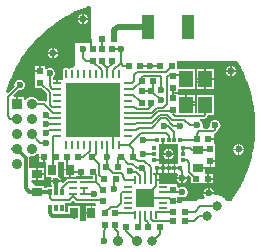
<source format=gtl>
%FSAX44Y44*%
%MOMM*%
G71*
G01*
G75*
G04 Layer_Physical_Order=1*
G04 Layer_Color=255*
%ADD10R,0.5000X0.6000*%
%ADD11R,0.6000X0.5000*%
%ADD12R,0.7000X0.9000*%
%ADD13R,0.3000X0.6000*%
%ADD14R,1.5500X1.5500*%
%ADD15R,0.6500X0.2000*%
%ADD16R,0.2000X0.6500*%
%ADD17R,0.9000X0.7000*%
%ADD18O,0.8000X0.2000*%
%ADD19O,0.2000X0.8000*%
%ADD20R,4.6000X4.6000*%
%ADD21R,1.0000X2.0000*%
%ADD22R,0.7112X0.2286*%
%ADD23R,1.1500X1.4000*%
%ADD24R,0.4500X0.3500*%
%ADD25R,0.3500X0.4500*%
%ADD26C,0.1500*%
%ADD27C,0.3000*%
%ADD28C,0.5000*%
%ADD29C,0.2000*%
%ADD30C,0.9000*%
%ADD31C,0.6000*%
%ADD32C,0.8000*%
%ADD33R,0.9000X0.9000*%
G36*
X02872580Y02502083D02*
X02872868Y02501879D01*
Y02500028D01*
X02877368D01*
Y02499278D01*
X02878118D01*
Y02495278D01*
X02879118D01*
Y02495278D01*
Y02495028D01*
X02879118Y02494217D01*
X02879118Y02494217D01*
X02879118D01*
Y02483028D01*
X02882610D01*
X02883886Y02481909D01*
X02883995Y02481705D01*
X02883712Y02481283D01*
X02883452Y02480754D01*
X02883262Y02480195D01*
X02883179Y02479778D01*
X02892057D01*
X02891974Y02480195D01*
X02891784Y02480754D01*
X02891523Y02481283D01*
X02891196Y02481773D01*
X02890807Y02482217D01*
X02890363Y02482606D01*
X02889873Y02482934D01*
X02889344Y02483194D01*
X02889118Y02483271D01*
Y02495028D01*
D01*
Y02495028D01*
X02889368Y02495278D01*
X02891057D01*
X02891057Y02495278D01*
Y02495278D01*
X02891868Y02495278D01*
X02891993D01*
X02892118D01*
X02892929Y02495278D01*
X02892929Y02495278D01*
Y02495278D01*
X02893868D01*
X02894118Y02495028D01*
X02894118Y02494217D01*
X02894118Y02494217D01*
X02894118D01*
Y02489778D01*
X02899118D01*
Y02489028D01*
X02899868D01*
Y02483028D01*
X02903307D01*
X02903307Y02483028D01*
Y02483028D01*
X02904118Y02483028D01*
X02904368Y02483278D01*
X02905179Y02483278D01*
X02905179Y02483278D01*
Y02483278D01*
X02908118D01*
Y02487278D01*
X02909618D01*
Y02483278D01*
X02913307D01*
X02913307Y02483278D01*
Y02483278D01*
X02913368Y02483278D01*
X02913868D01*
X02914368D01*
X02914429Y02483278D01*
X02914429Y02483278D01*
Y02483278D01*
X02918781D01*
Y02480865D01*
X02916623D01*
Y02481251D01*
X02897113D01*
Y02480781D01*
X02897001Y02480754D01*
X02896673Y02480619D01*
X02896371Y02480434D01*
X02896102Y02480204D01*
X02896102Y02480204D01*
X02893358Y02477459D01*
X02892035Y02478167D01*
X02892057Y02478278D01*
X02883179D01*
X02883262Y02477861D01*
X02883452Y02477302D01*
X02883712Y02476773D01*
X02884040Y02476283D01*
X02884429Y02475839D01*
X02884609Y02475682D01*
X02884080Y02474278D01*
X02879618D01*
Y02473287D01*
X02877618D01*
Y02475278D01*
X02870118D01*
X02866504Y02478892D01*
X02867078Y02480278D01*
X02870868D01*
Y02485278D01*
Y02490278D01*
X02866188D01*
X02866188Y02490278D01*
Y02490278D01*
X02865618Y02490278D01*
X02865127Y02490769D01*
Y02498628D01*
X02865090Y02499099D01*
X02865005Y02499456D01*
X02866029Y02500552D01*
X02866295Y02500506D01*
X02866968Y02500469D01*
X02867641Y02500506D01*
X02868305Y02500619D01*
X02868953Y02500806D01*
X02869576Y02501064D01*
X02870165Y02501390D01*
X02870715Y02501780D01*
X02871217Y02502229D01*
X02871467Y02502508D01*
X02872580Y02502083D01*
D02*
G37*
G36*
X03042447Y02578185D02*
X03043846Y02575632D01*
X03045174Y02573041D01*
X03046432Y02570416D01*
X03047619Y02567758D01*
X03048733Y02565068D01*
X03049774Y02562349D01*
X03050741Y02559603D01*
X03051633Y02556832D01*
X03052450Y02554037D01*
X03053190Y02551222D01*
X03053855Y02548387D01*
X03054442Y02545536D01*
X03054952Y02542670D01*
X03055384Y02539790D01*
X03055738Y02536901D01*
X03056013Y02534003D01*
X03056210Y02531098D01*
X03056328Y02528189D01*
X03056367Y02525360D01*
X03056360Y02525278D01*
X03056367Y02525196D01*
X03056328Y02522367D01*
X03056210Y02519458D01*
X03056013Y02516553D01*
X03055738Y02513655D01*
X03055384Y02510766D01*
X03054952Y02507886D01*
X03054442Y02505020D01*
X03053855Y02502169D01*
X03053190Y02499334D01*
X03052450Y02496519D01*
X03051633Y02493724D01*
X03050741Y02490953D01*
X03049774Y02488207D01*
X03048733Y02485488D01*
X03047619Y02482798D01*
X03046432Y02480140D01*
X03045174Y02477514D01*
X03043846Y02474924D01*
X03042447Y02472371D01*
X03040980Y02469856D01*
X03039445Y02467382D01*
X03037845Y02464950D01*
X03036328Y02462778D01*
X03031906D01*
X03031487Y02463435D01*
X03031009Y02464059D01*
X03030478Y02464638D01*
X03029899Y02465169D01*
X03029275Y02465647D01*
X03028612Y02466070D01*
X03027915Y02466433D01*
X03027189Y02466733D01*
X03026440Y02466970D01*
X03025673Y02467140D01*
X03024893Y02467242D01*
X03024108Y02467277D01*
X03023323Y02467242D01*
X03022544Y02467140D01*
X03022353Y02467097D01*
X03021281Y02468147D01*
X03021307Y02468278D01*
X03012429D01*
X03012512Y02467861D01*
X03012702Y02467302D01*
X03012963Y02466773D01*
X03013290Y02466283D01*
X03013679Y02465839D01*
X03014123Y02465450D01*
X03013172Y02464027D01*
X03009858D01*
X03009213Y02463991D01*
X03008577Y02463883D01*
X03007956Y02463704D01*
X03007781Y02463632D01*
X03007359Y02463457D01*
X03006794Y02463144D01*
X03006278Y02462778D01*
X02993868D01*
Y02460778D01*
X02990368D01*
Y02461278D01*
X02986368D01*
Y02462778D01*
X02990368D01*
Y02465909D01*
X02990472Y02466000D01*
X02991734Y02466572D01*
X02991873Y02466450D01*
X02992363Y02466123D01*
X02992892Y02465862D01*
X02993451Y02465672D01*
X02994030Y02465557D01*
X02994618Y02465518D01*
X02995207Y02465557D01*
X02995785Y02465672D01*
X02996344Y02465862D01*
X02996873Y02466123D01*
X02997363Y02466450D01*
X02997807Y02466839D01*
X02998196Y02467283D01*
X02998523Y02467773D01*
X02998784Y02468302D01*
X02998974Y02468861D01*
X02999089Y02469439D01*
X02999128Y02470028D01*
X02999089Y02470617D01*
X02998974Y02471195D01*
X02998784Y02471754D01*
X02998523Y02472283D01*
X02998196Y02472773D01*
X02997807Y02473217D01*
X02997363Y02473606D01*
X02996873Y02473934D01*
X02996344Y02474194D01*
X02995785Y02474384D01*
X02995207Y02474499D01*
X02994618Y02474538D01*
X02994030Y02474499D01*
X02993451Y02474384D01*
X02992892Y02474194D01*
X02992363Y02473934D01*
X02991873Y02473606D01*
X02991734Y02473484D01*
X02990472Y02474056D01*
X02990368Y02474148D01*
Y02476528D01*
X02982618D01*
Y02476778D01*
X02974618D01*
Y02479278D01*
X02972118D01*
Y02480028D01*
X02971368D01*
Y02484778D01*
X02969875D01*
Y02486278D01*
X02972118D01*
Y02490028D01*
X02973618D01*
Y02486278D01*
X02977118D01*
Y02490028D01*
Y02493778D01*
X02974618D01*
Y02493778D01*
X02974618Y02493778D01*
X02974618Y02493778D01*
Y02496278D01*
X02970868D01*
Y02497778D01*
X02974618D01*
Y02498778D01*
Y02503778D01*
Y02510278D01*
D01*
Y02510278D01*
X02974618Y02510278D01*
X02977118D01*
Y02514028D01*
X02978618D01*
Y02510278D01*
X02991118D01*
X02991118Y02510278D01*
X02991118Y02509217D01*
X02991118Y02509217D01*
X02991118D01*
Y02503778D01*
Y02498778D01*
Y02494839D01*
X02991118Y02494839D01*
X02991118D01*
X02991118Y02493778D01*
X02991118Y02493778D01*
X02988618D01*
Y02490028D01*
Y02486278D01*
X02990029D01*
X02991028Y02485139D01*
X02991131Y02484912D01*
X02990790Y02484523D01*
X02990463Y02484033D01*
X02990202Y02483504D01*
X02990012Y02482945D01*
X02989929Y02482528D01*
X02998807D01*
X02998724Y02482945D01*
X02998535Y02483504D01*
X02998397Y02483782D01*
X02999616Y02484656D01*
X03001868Y02482404D01*
Y02477278D01*
X03010807D01*
X03010807Y02477278D01*
Y02477278D01*
X03010868Y02477278D01*
X03011368D01*
X03011868D01*
X03011929Y02477278D01*
X03011929Y02477278D01*
Y02477278D01*
X03015618D01*
Y02481278D01*
Y02485278D01*
X03014118D01*
Y02485278D01*
Y02485528D01*
X03014118Y02486339D01*
X03014118Y02486339D01*
X03014118D01*
Y02489778D01*
X03008118D01*
Y02491278D01*
X03014118D01*
Y02491278D01*
X03014368Y02491528D01*
X03015179Y02491528D01*
X03015179Y02491528D01*
Y02491528D01*
X03017618D01*
Y02496028D01*
X03018368D01*
Y02496778D01*
X03022368D01*
Y02500467D01*
X03022368Y02500467D01*
X03022368D01*
X03022368Y02500528D01*
Y02501028D01*
Y02501528D01*
X03022368Y02501589D01*
X03022368Y02501589D01*
X03022368D01*
Y02510528D01*
X03021118D01*
Y02510528D01*
Y02510778D01*
X03021118Y02511589D01*
X03021118Y02511589D01*
X03021118D01*
Y02514028D01*
X03016618D01*
Y02515528D01*
X03021118D01*
Y02517960D01*
X03021118Y02517961D01*
X03021118D01*
X03021118Y02518778D01*
Y02518778D01*
Y02519041D01*
X03021221Y02519049D01*
X03021566Y02519132D01*
X03021893Y02519267D01*
X03022195Y02519452D01*
X03022464Y02519682D01*
X03023964Y02521182D01*
X03023964Y02521182D01*
X03024194Y02521451D01*
X03024379Y02521753D01*
X03024458Y02521945D01*
X03024514Y02522081D01*
X03024597Y02522425D01*
X03024612Y02522617D01*
X03024623Y02522623D01*
X03025113Y02522950D01*
X03025557Y02523339D01*
X03025946Y02523783D01*
X03026273Y02524273D01*
X03026534Y02524802D01*
X03026724Y02525361D01*
X03026839Y02525939D01*
X03026878Y02526528D01*
X03026839Y02527117D01*
X03026724Y02527695D01*
X03026534Y02528254D01*
X03026273Y02528783D01*
X03025946Y02529273D01*
X03025557Y02529717D01*
X03025113Y02530106D01*
X03024623Y02530434D01*
X03024094Y02530694D01*
X03023535Y02530884D01*
X03022957Y02530999D01*
X03022368Y02531038D01*
X03021779Y02530999D01*
X03021201Y02530884D01*
X03020642Y02530694D01*
X03020113Y02530434D01*
X03019623Y02530106D01*
X03019179Y02529717D01*
X03018790Y02529273D01*
X03018463Y02528783D01*
X03018202Y02528254D01*
X03018012Y02527695D01*
X03017897Y02527117D01*
X03017858Y02526528D01*
X03017897Y02525939D01*
X03018012Y02525361D01*
X03018202Y02524802D01*
X03015632Y02523535D01*
X03014107D01*
X03011537Y02524802D01*
X03011727Y02525361D01*
X03011842Y02525939D01*
X03011880Y02526528D01*
X03011842Y02527117D01*
X03011727Y02527695D01*
X03011537Y02528254D01*
X03011276Y02528783D01*
X03010948Y02529273D01*
X03010560Y02529717D01*
X03010116Y02530106D01*
X03009626Y02530434D01*
X03009369Y02530560D01*
X03009709Y02532021D01*
X03012868D01*
X03013221Y02532049D01*
X03013565Y02532132D01*
X03013893Y02532267D01*
X03014195Y02532452D01*
X03014464Y02532682D01*
X03015464Y02533682D01*
X03015464Y02533682D01*
X03015588Y02533827D01*
X03015694Y02533951D01*
X03015879Y02534253D01*
X03016014Y02534581D01*
X03016097Y02534925D01*
X03016105Y02535028D01*
X03021118D01*
Y02552028D01*
X03006618D01*
Y02536535D01*
X03005118D01*
Y02542778D01*
X02997868D01*
Y02543528D01*
X02997118D01*
Y02552028D01*
X02990618D01*
X02990618Y02553778D01*
X02990618D01*
X02990618Y02553778D01*
Y02553778D01*
D01*
D01*
X02990618Y02557028D01*
X02990618D01*
X02990618Y02557028D01*
X02990618Y02557028D01*
X03005118D01*
Y02574028D01*
X02990618D01*
D01*
X02990618D01*
X02990118Y02574528D01*
Y02580528D01*
X03041080D01*
X03042447Y02578185D01*
D02*
G37*
G36*
X02917055Y02626686D02*
Y02596528D01*
X02903556D01*
X02903547Y02577118D01*
X02902256Y02575013D01*
X02901893Y02575163D01*
X02901510Y02575255D01*
X02901118Y02575286D01*
X02900726Y02575255D01*
X02900343Y02575163D01*
X02899980Y02575013D01*
X02899644Y02574807D01*
X02899345Y02574551D01*
X02898147Y02574252D01*
X02897891Y02574551D01*
X02897592Y02574807D01*
X02897256Y02575013D01*
X02896893Y02575163D01*
X02896510Y02575255D01*
X02896118Y02575286D01*
X02895726Y02575255D01*
X02895343Y02575163D01*
X02894980Y02575013D01*
X02894644Y02574807D01*
X02894345Y02574551D01*
X02894089Y02574252D01*
X02893884Y02573917D01*
X02893733Y02573553D01*
X02893641Y02573170D01*
X02893610Y02572778D01*
Y02566778D01*
X02893641Y02566386D01*
X02893733Y02566003D01*
X02893884Y02565640D01*
X02893989Y02565468D01*
X02892928Y02564407D01*
X02892756Y02564512D01*
X02892393Y02564663D01*
X02892010Y02564755D01*
X02891618Y02564786D01*
X02889368D01*
Y02562278D01*
X02887868D01*
Y02564786D01*
X02885618D01*
X02885476Y02564774D01*
X02884743Y02565453D01*
X02884860Y02566948D01*
X02884863Y02566950D01*
X02885307Y02567339D01*
X02885696Y02567783D01*
X02886023Y02568273D01*
X02886284Y02568802D01*
X02886474Y02569361D01*
X02886589Y02569939D01*
X02886628Y02570528D01*
X02886589Y02571117D01*
X02886474Y02571695D01*
X02886284Y02572254D01*
X02886023Y02572783D01*
X02885696Y02573273D01*
X02885307Y02573717D01*
X02884863Y02574106D01*
X02884373Y02574434D01*
X02883844Y02574695D01*
X02883285Y02574884D01*
X02882707Y02574999D01*
X02882118Y02575038D01*
X02881530Y02574999D01*
X02880951Y02574884D01*
X02880392Y02574695D01*
X02879863Y02574434D01*
X02879373Y02574106D01*
X02879234Y02573984D01*
X02877972Y02574556D01*
X02877868Y02574648D01*
Y02577028D01*
X02874618D01*
Y02572528D01*
X02873868D01*
Y02571778D01*
X02869868D01*
Y02568028D01*
X02869868D01*
X02869868Y02567028D01*
X02869868D01*
Y02558028D01*
X02875676D01*
X02880111Y02553593D01*
Y02547828D01*
X02879072Y02546611D01*
X02878802Y02546460D01*
X02878593Y02546589D01*
X02878265Y02546725D01*
X02877921Y02546807D01*
X02877568Y02546835D01*
X02872527D01*
X02872382Y02547185D01*
X02872056Y02547775D01*
X02871666Y02548325D01*
X02871217Y02548827D01*
X02870715Y02549276D01*
X02870165Y02549666D01*
X02869576Y02549992D01*
X02868953Y02550250D01*
X02868305Y02550437D01*
X02867641Y02550550D01*
X02866968Y02550587D01*
X02866295Y02550550D01*
X02865631Y02550437D01*
X02864983Y02550250D01*
X02864361Y02549992D01*
X02863771Y02549666D01*
X02863221Y02549276D01*
X02862719Y02548827D01*
X02862270Y02548325D01*
X02861880Y02547775D01*
X02861720Y02547487D01*
X02860268Y02547862D01*
Y02550578D01*
X02855018D01*
Y02544578D01*
X02853518D01*
Y02550578D01*
X02851819D01*
X02851246Y02551964D01*
X02855703Y02556422D01*
X02856279Y02556307D01*
X02856868Y02556268D01*
X02857457Y02556307D01*
X02858035Y02556422D01*
X02858594Y02556612D01*
X02859123Y02556873D01*
X02859613Y02557200D01*
X02860057Y02557589D01*
X02860446Y02558033D01*
X02860774Y02558523D01*
X02861035Y02559052D01*
X02861224Y02559611D01*
X02861339Y02560190D01*
X02861378Y02560778D01*
X02861339Y02561367D01*
X02861224Y02561945D01*
X02861035Y02562504D01*
X02860774Y02563033D01*
X02860446Y02563523D01*
X02860057Y02563967D01*
X02859613Y02564356D01*
X02859123Y02564684D01*
X02858594Y02564944D01*
X02858035Y02565134D01*
X02857457Y02565249D01*
X02856868Y02565288D01*
X02856279Y02565249D01*
X02855701Y02565134D01*
X02855142Y02564944D01*
X02854613Y02564684D01*
X02854123Y02564356D01*
X02853679Y02563967D01*
X02853290Y02563523D01*
X02852963Y02563033D01*
X02852702Y02562504D01*
X02852512Y02561945D01*
X02852397Y02561367D01*
X02852358Y02560778D01*
X02852397Y02560190D01*
X02852512Y02559613D01*
X02846745Y02553846D01*
X02845454Y02554611D01*
X02846103Y02556832D01*
X02846995Y02559603D01*
X02847962Y02562349D01*
X02849003Y02565068D01*
X02850117Y02567758D01*
X02851304Y02570416D01*
X02852562Y02573041D01*
X02853890Y02575632D01*
X02855289Y02578185D01*
X02856756Y02580700D01*
X02858290Y02583174D01*
X02859891Y02585605D01*
X02861558Y02587993D01*
X02863288Y02590334D01*
X02865081Y02592628D01*
X02866936Y02594872D01*
X02868850Y02597065D01*
X02870823Y02599206D01*
X02872854Y02601292D01*
X02874940Y02603322D01*
X02877081Y02605296D01*
X02879274Y02607210D01*
X02881518Y02609065D01*
X02883812Y02610858D01*
X02886153Y02612588D01*
X02888540Y02614254D01*
X02890972Y02615855D01*
X02893446Y02617390D01*
X02895961Y02618857D01*
X02898514Y02620255D01*
X02901104Y02621584D01*
X02903730Y02622842D01*
X02906389Y02624029D01*
X02909078Y02625143D01*
X02911797Y02626184D01*
X02914543Y02627151D01*
X02915843Y02627569D01*
X02917055Y02626686D01*
D02*
G37*
G36*
X02903772Y02461432D02*
X02903772Y02461432D01*
X02904041Y02461202D01*
X02904343Y02461017D01*
X02904670Y02460882D01*
X02905015Y02460799D01*
X02905368Y02460771D01*
X02905368Y02460771D01*
X02920307D01*
X02921368Y02459710D01*
Y02458028D01*
X02918368D01*
Y02452028D01*
X02917618D01*
Y02451278D01*
X02912618D01*
Y02446028D01*
D01*
Y02446028D01*
X02912368Y02445778D01*
X02907618D01*
Y02446028D01*
X02907618D01*
Y02458028D01*
X02897618D01*
Y02453037D01*
X02895618D01*
Y02460771D01*
X02898970D01*
X02899323Y02460799D01*
X02899667Y02460882D01*
X02899995Y02461017D01*
X02900297Y02461202D01*
X02900566Y02461432D01*
X02902169Y02463035D01*
X02903772Y02461432D01*
D02*
G37*
%LPC*%
G36*
X03022368Y02495278D02*
X03019118D01*
Y02491528D01*
X03022368D01*
Y02495278D01*
D02*
G37*
G36*
X02982118Y02493778D02*
X02978618D01*
Y02490028D01*
Y02486278D01*
X02982118D01*
Y02490028D01*
Y02493778D01*
D02*
G37*
G36*
X02987118D02*
X02983618D01*
Y02490028D01*
Y02486278D01*
X02987118D01*
Y02490028D01*
Y02493778D01*
D02*
G37*
G36*
X02876618Y02498528D02*
X02872868D01*
Y02495278D01*
X02876618D01*
Y02498528D01*
D02*
G37*
G36*
X02987307Y02501278D02*
X02983618D01*
Y02497589D01*
X02984035Y02497672D01*
X02984594Y02497862D01*
X02985123Y02498123D01*
X02985613Y02498450D01*
X02986057Y02498839D01*
X02986446Y02499283D01*
X02986773Y02499773D01*
X02987034Y02500302D01*
X02987224Y02500861D01*
X02987307Y02501278D01*
D02*
G37*
G36*
X03041368Y02505278D02*
X03037679D01*
X03037762Y02504861D01*
X03037952Y02504302D01*
X03038213Y02503773D01*
X03038540Y02503283D01*
X03038929Y02502839D01*
X03039373Y02502450D01*
X03039863Y02502123D01*
X03040392Y02501862D01*
X03040951Y02501672D01*
X03041368Y02501589D01*
Y02505278D01*
D02*
G37*
G36*
X02982118Y02501278D02*
X02978429D01*
X02978512Y02500861D01*
X02978701Y02500302D01*
X02978962Y02499773D01*
X02979290Y02499283D01*
X02979679Y02498839D01*
X02980123Y02498450D01*
X02980613Y02498123D01*
X02981142Y02497862D01*
X02981701Y02497672D01*
X02982118Y02497589D01*
Y02501278D01*
D02*
G37*
G36*
X03046557Y02505278D02*
X03042868D01*
Y02501589D01*
X03043285Y02501672D01*
X03043844Y02501862D01*
X03044373Y02502123D01*
X03044863Y02502450D01*
X03045307Y02502839D01*
X03045696Y02503283D01*
X03046023Y02503773D01*
X03046284Y02504302D01*
X03046474Y02504861D01*
X03046557Y02505278D01*
D02*
G37*
G36*
X02877618Y02490278D02*
X02872368D01*
Y02486028D01*
X02877618D01*
Y02490278D01*
D02*
G37*
G36*
X03020868Y02480528D02*
X03017118D01*
Y02477278D01*
X03020868D01*
Y02480528D01*
D02*
G37*
G36*
X02993618Y02481028D02*
X02989929D01*
X02990012Y02480611D01*
X02990202Y02480052D01*
X02990463Y02479523D01*
X02990790Y02479033D01*
X02991179Y02478589D01*
X02991623Y02478200D01*
X02992113Y02477873D01*
X02992642Y02477612D01*
X02993201Y02477422D01*
X02993618Y02477339D01*
Y02481028D01*
D02*
G37*
G36*
X03017618Y02473467D02*
Y02469778D01*
X03021307D01*
X03021224Y02470195D01*
X03021034Y02470754D01*
X03020773Y02471283D01*
X03020446Y02471773D01*
X03020057Y02472217D01*
X03019613Y02472606D01*
X03019123Y02472934D01*
X03018594Y02473194D01*
X03018035Y02473384D01*
X03017618Y02473467D01*
D02*
G37*
G36*
X02916868Y02458028D02*
X02912618D01*
Y02452778D01*
X02916868D01*
Y02458028D01*
D02*
G37*
G36*
X03016118Y02473467D02*
X03015701Y02473384D01*
X03015142Y02473194D01*
X03014613Y02472934D01*
X03014123Y02472606D01*
X03013679Y02472217D01*
X03013290Y02471773D01*
X03012963Y02471283D01*
X03012702Y02470754D01*
X03012512Y02470195D01*
X03012429Y02469778D01*
X03016118D01*
Y02473467D01*
D02*
G37*
G36*
X03020868Y02485278D02*
X03017118D01*
Y02482028D01*
X03020868D01*
Y02485278D01*
D02*
G37*
G36*
X02898368Y02488278D02*
X02894118D01*
Y02483028D01*
X02898368D01*
Y02488278D01*
D02*
G37*
G36*
X02974618Y02484778D02*
X02972868D01*
Y02480778D01*
X02974618D01*
Y02484778D01*
D02*
G37*
G36*
X02998807Y02481028D02*
X02995118D01*
Y02477339D01*
X02995535Y02477422D01*
X02996094Y02477612D01*
X02996623Y02477873D01*
X02997113Y02478200D01*
X02997557Y02478589D01*
X02997946Y02479033D01*
X02998274Y02479523D01*
X02998535Y02480052D01*
X02998724Y02480611D01*
X02998807Y02481028D01*
D02*
G37*
G36*
X02877618Y02484528D02*
X02872368D01*
Y02480278D01*
X02877618D01*
Y02484528D01*
D02*
G37*
G36*
X02982118Y02506467D02*
X02981701Y02506384D01*
X02981142Y02506194D01*
X02980613Y02505934D01*
X02980123Y02505606D01*
X02979679Y02505217D01*
X02979290Y02504773D01*
X02978962Y02504283D01*
X02978701Y02503754D01*
X02978512Y02503195D01*
X02978429Y02502778D01*
X02982118D01*
Y02506467D01*
D02*
G37*
G36*
X02889554Y02586776D02*
X02885865D01*
Y02583087D01*
X02886282Y02583170D01*
X02886841Y02583359D01*
X02887370Y02583620D01*
X02887860Y02583948D01*
X02888304Y02584337D01*
X02888693Y02584780D01*
X02889020Y02585271D01*
X02889281Y02585800D01*
X02889471Y02586359D01*
X02889554Y02586776D01*
D02*
G37*
G36*
X02884365Y02591965D02*
X02883948Y02591882D01*
X02883389Y02591692D01*
X02882860Y02591431D01*
X02882370Y02591104D01*
X02881926Y02590714D01*
X02881537Y02590271D01*
X02881210Y02589781D01*
X02880949Y02589251D01*
X02880759Y02588693D01*
X02880676Y02588276D01*
X02884365D01*
Y02591965D01*
D02*
G37*
G36*
Y02586776D02*
X02880676D01*
X02880759Y02586359D01*
X02880949Y02585800D01*
X02881210Y02585271D01*
X02881537Y02584780D01*
X02881926Y02584337D01*
X02882370Y02583948D01*
X02882860Y02583620D01*
X02883389Y02583359D01*
X02883948Y02583170D01*
X02884365Y02583087D01*
Y02586776D01*
D02*
G37*
G36*
X03036618Y02576717D02*
Y02573028D01*
X03040307D01*
X03040224Y02573445D01*
X03040034Y02574004D01*
X03039773Y02574533D01*
X03039446Y02575023D01*
X03039057Y02575467D01*
X03038613Y02575856D01*
X03038123Y02576183D01*
X03037594Y02576444D01*
X03037035Y02576634D01*
X03036618Y02576717D01*
D02*
G37*
G36*
X02873118Y02577028D02*
X02869868D01*
Y02573278D01*
X02873118D01*
Y02577028D01*
D02*
G37*
G36*
X02909618Y02620717D02*
X02909201Y02620634D01*
X02908642Y02620444D01*
X02908113Y02620183D01*
X02907623Y02619856D01*
X02907179Y02619467D01*
X02906790Y02619023D01*
X02906462Y02618533D01*
X02906201Y02618004D01*
X02906012Y02617445D01*
X02905929Y02617028D01*
X02909618D01*
Y02620717D01*
D02*
G37*
G36*
X02911118D02*
Y02617028D01*
X02914807D01*
X02914724Y02617445D01*
X02914534Y02618004D01*
X02914273Y02618533D01*
X02913946Y02619023D01*
X02913557Y02619467D01*
X02913113Y02619856D01*
X02912623Y02620183D01*
X02912094Y02620444D01*
X02911535Y02620634D01*
X02911118Y02620717D01*
D02*
G37*
G36*
X02914807Y02615528D02*
X02911118D01*
Y02611839D01*
X02911535Y02611922D01*
X02912094Y02612112D01*
X02912623Y02612373D01*
X02913113Y02612700D01*
X02913557Y02613089D01*
X02913946Y02613533D01*
X02914273Y02614023D01*
X02914534Y02614552D01*
X02914724Y02615111D01*
X02914807Y02615528D01*
D02*
G37*
G36*
X02885865Y02591965D02*
Y02588276D01*
X02889554D01*
X02889471Y02588693D01*
X02889281Y02589251D01*
X02889020Y02589781D01*
X02888693Y02590271D01*
X02888304Y02590714D01*
X02887860Y02591104D01*
X02887370Y02591431D01*
X02886841Y02591692D01*
X02886282Y02591882D01*
X02885865Y02591965D01*
D02*
G37*
G36*
X02909618Y02615528D02*
X02905929D01*
X02906012Y02615111D01*
X02906201Y02614552D01*
X02906462Y02614023D01*
X02906790Y02613533D01*
X02907179Y02613089D01*
X02907623Y02612700D01*
X02908113Y02612373D01*
X02908642Y02612112D01*
X02909201Y02611922D01*
X02909618Y02611839D01*
Y02615528D01*
D02*
G37*
G36*
X03035118Y02576717D02*
X03034701Y02576634D01*
X03034142Y02576444D01*
X03033613Y02576183D01*
X03033123Y02575856D01*
X03032679Y02575467D01*
X03032290Y02575023D01*
X03031963Y02574533D01*
X03031702Y02574004D01*
X03031512Y02573445D01*
X03031429Y02573028D01*
X03035118D01*
Y02576717D01*
D02*
G37*
G36*
X03005118Y02552028D02*
X02998618D01*
Y02544278D01*
X03005118D01*
Y02545278D01*
X03000368D01*
Y02546778D01*
X03005118D01*
Y02552028D01*
D02*
G37*
G36*
X03013118Y02564778D02*
X03006618D01*
Y02563778D01*
X03011368D01*
Y02562278D01*
X03006618D01*
Y02557028D01*
X03013118D01*
Y02564778D01*
D02*
G37*
G36*
X03042868Y02510467D02*
Y02506778D01*
X03046557D01*
X03046474Y02507195D01*
X03046284Y02507754D01*
X03046023Y02508283D01*
X03045696Y02508773D01*
X03045307Y02509217D01*
X03044863Y02509606D01*
X03044373Y02509933D01*
X03043844Y02510194D01*
X03043285Y02510384D01*
X03042868Y02510467D01*
D02*
G37*
G36*
X02983618Y02506467D02*
Y02502778D01*
X02987307D01*
X02987224Y02503195D01*
X02987034Y02503754D01*
X02986773Y02504283D01*
X02986446Y02504773D01*
X02986057Y02505217D01*
X02985613Y02505606D01*
X02985123Y02505934D01*
X02984594Y02506194D01*
X02984035Y02506384D01*
X02983618Y02506467D01*
D02*
G37*
G36*
X03041368Y02510467D02*
X03040951Y02510384D01*
X03040392Y02510194D01*
X03039863Y02509933D01*
X03039373Y02509606D01*
X03038929Y02509217D01*
X03038540Y02508773D01*
X03038213Y02508283D01*
X03037952Y02507754D01*
X03037762Y02507195D01*
X03037679Y02506778D01*
X03041368D01*
Y02510467D01*
D02*
G37*
G36*
X03035118Y02571528D02*
X03031429D01*
X03031512Y02571111D01*
X03031702Y02570552D01*
X03031963Y02570023D01*
X03032290Y02569533D01*
X03032679Y02569089D01*
X03033123Y02568700D01*
X03033613Y02568372D01*
X03034142Y02568112D01*
X03034701Y02567922D01*
X03035118Y02567839D01*
Y02571528D01*
D02*
G37*
G36*
X03040307D02*
X03036618D01*
Y02567839D01*
X03037035Y02567922D01*
X03037594Y02568112D01*
X03038123Y02568372D01*
X03038613Y02568700D01*
X03039057Y02569089D01*
X03039446Y02569533D01*
X03039773Y02570023D01*
X03040034Y02570552D01*
X03040224Y02571111D01*
X03040307Y02571528D01*
D02*
G37*
G36*
X03021118Y02574028D02*
X03014618D01*
Y02566278D01*
X03021118D01*
Y02574028D01*
D02*
G37*
G36*
Y02564778D02*
X03014618D01*
Y02557028D01*
X03021118D01*
Y02564778D01*
D02*
G37*
G36*
X03013118Y02574028D02*
X03006618D01*
Y02566278D01*
X03013118D01*
Y02574028D01*
D02*
G37*
%LPD*%
D10*
X02927618Y02472028D02*
D03*
Y02462028D02*
D03*
X02986618Y02558278D02*
D03*
Y02568278D02*
D03*
X02960118Y02555528D02*
D03*
Y02545528D02*
D03*
X02929368Y02442278D02*
D03*
X02929368Y02452278D02*
D03*
X02935118Y02581028D02*
D03*
Y02591028D02*
D03*
X02926868Y02591028D02*
D03*
Y02581028D02*
D03*
X02937618Y02442278D02*
D03*
X02937618Y02452278D02*
D03*
X02986618Y02549278D02*
D03*
Y02539278D02*
D03*
X02968368Y02545528D02*
D03*
Y02555528D02*
D03*
X02918618Y02581028D02*
D03*
Y02591028D02*
D03*
X02873868Y02562528D02*
D03*
Y02572528D02*
D03*
X02986368Y02472028D02*
D03*
Y02462028D02*
D03*
X03018368Y02506028D02*
D03*
Y02496028D02*
D03*
D11*
X02908868Y02487278D02*
D03*
X02918868D02*
D03*
X02985618Y02576778D02*
D03*
X02975618D02*
D03*
X02996868Y02453278D02*
D03*
X02986868Y02453278D02*
D03*
X02996868Y02445028D02*
D03*
X02986868Y02445028D02*
D03*
X02936868Y02599778D02*
D03*
X02926868D02*
D03*
X03016368Y02481278D02*
D03*
X03006368D02*
D03*
X02929868Y02491028D02*
D03*
X02939868D02*
D03*
X02946618Y02440278D02*
D03*
X02956618D02*
D03*
X02938118Y02480778D02*
D03*
X02928118D02*
D03*
X02952618Y02499778D02*
D03*
X02942618D02*
D03*
X02959118Y02576778D02*
D03*
X02949118D02*
D03*
X02975618Y02440278D02*
D03*
X02965618D02*
D03*
X02887368Y02499278D02*
D03*
X02877368D02*
D03*
X02960118Y02563778D02*
D03*
X02970118D02*
D03*
X02906618Y02499278D02*
D03*
X02896618D02*
D03*
X03006618Y02514778D02*
D03*
X03016618D02*
D03*
D12*
X02917618Y02452028D02*
D03*
X02902618D02*
D03*
X02899118Y02489028D02*
D03*
X02884118D02*
D03*
D13*
X02892618Y02469778D02*
D03*
X02887618D02*
D03*
X02882618D02*
D03*
Y02456778D02*
D03*
X02887618D02*
D03*
X02892618D02*
D03*
D14*
X02963118Y02465278D02*
D03*
D15*
X02948368Y02456278D02*
D03*
Y02460778D02*
D03*
Y02465278D02*
D03*
Y02469778D02*
D03*
Y02474278D02*
D03*
X02977868D02*
D03*
Y02469778D02*
D03*
Y02465278D02*
D03*
Y02460778D02*
D03*
Y02456278D02*
D03*
D16*
X02954118Y02480028D02*
D03*
X02958618D02*
D03*
X02963118D02*
D03*
X02967618D02*
D03*
X02972118D02*
D03*
Y02450528D02*
D03*
X02967618D02*
D03*
X02963118D02*
D03*
X02958618D02*
D03*
X02954118D02*
D03*
D17*
X02871618Y02485278D02*
D03*
Y02470278D02*
D03*
X03008118Y02505528D02*
D03*
Y02490528D02*
D03*
D18*
X02948618Y02517278D02*
D03*
Y02522278D02*
D03*
Y02527278D02*
D03*
Y02532278D02*
D03*
Y02537278D02*
D03*
Y02542278D02*
D03*
Y02547278D02*
D03*
Y02552278D02*
D03*
Y02557278D02*
D03*
Y02562278D02*
D03*
X02888618D02*
D03*
Y02557278D02*
D03*
Y02552278D02*
D03*
Y02547278D02*
D03*
Y02542278D02*
D03*
Y02537278D02*
D03*
Y02532278D02*
D03*
Y02527278D02*
D03*
Y02522278D02*
D03*
Y02517278D02*
D03*
D19*
X02941118Y02569778D02*
D03*
X02936118D02*
D03*
X02931118D02*
D03*
X02926118D02*
D03*
X02921118D02*
D03*
X02916118D02*
D03*
X02911118D02*
D03*
X02906118D02*
D03*
X02901118D02*
D03*
X02896118D02*
D03*
Y02509778D02*
D03*
X02901118D02*
D03*
X02906118D02*
D03*
X02911118D02*
D03*
X02916118D02*
D03*
X02921118D02*
D03*
X02926118D02*
D03*
X02931118D02*
D03*
X02936118D02*
D03*
X02941118D02*
D03*
D20*
X02918618Y02539778D02*
D03*
D21*
X02965119Y02610029D02*
D03*
X02999119D02*
D03*
D22*
X02911567Y02468448D02*
D03*
Y02473528D02*
D03*
Y02478608D02*
D03*
X02902169D02*
D03*
Y02473528D02*
D03*
Y02468448D02*
D03*
D23*
X03013868Y02543528D02*
D03*
Y02565528D02*
D03*
X02997868D02*
D03*
X02997868Y02543528D02*
D03*
D24*
X02970868Y02507028D02*
D03*
Y02502028D02*
D03*
Y02497028D02*
D03*
X02994868D02*
D03*
Y02502028D02*
D03*
Y02507028D02*
D03*
D25*
X02972868Y02490028D02*
D03*
X02977868D02*
D03*
X02982868D02*
D03*
X02987868D02*
D03*
X02992868D02*
D03*
X02992868Y02514028D02*
D03*
X02987868D02*
D03*
X02982868D02*
D03*
X02977868D02*
D03*
X02972868D02*
D03*
D26*
X02921118Y02502028D02*
Y02509778D01*
X02918368Y02499278D02*
X02921118Y02502028D01*
X02918368Y02499278D02*
X02924368Y02493278D01*
X02910868Y02499278D02*
X02916118Y02504528D01*
X02906618Y02499278D02*
X02910868D01*
X02898493Y02488403D02*
X02899618Y02487278D01*
X02896618Y02491528D02*
X02899118Y02489028D01*
X02896618Y02491528D02*
Y02499278D01*
X02916118Y02504528D02*
Y02509778D01*
X02846618Y02550528D02*
X02856868Y02560778D01*
X02846618Y02534028D02*
Y02550528D01*
X02924368Y02484528D02*
Y02493278D01*
Y02484528D02*
X02928118Y02480778D01*
X02961368Y02502028D02*
X02970118D01*
X02960868D02*
X02961368D01*
X02970118D02*
X02970868Y02502778D01*
X02940368Y02499778D02*
X02943118D01*
X02940368Y02491528D02*
Y02499778D01*
X02939868Y02491028D02*
X02940368Y02491528D01*
X02994368Y02480528D02*
Y02487778D01*
X02992868Y02489278D02*
X02994368Y02487778D01*
X02992868Y02489278D02*
Y02490028D01*
X02987868D02*
X02992868D01*
X02982868D02*
X02987868D01*
X02977868D02*
X02982868D01*
X02972868D02*
X02977868D01*
X02988368Y02470028D02*
X02994618D01*
X02986368Y02472028D02*
X02988368Y02470028D01*
X02998368Y02497028D02*
X03000618Y02494778D01*
Y02486846D02*
Y02494778D01*
Y02486846D02*
X03006186Y02481278D01*
X03006368D01*
X02852518Y02519178D02*
X02852718D01*
X02929368Y02438278D02*
Y02442278D01*
X02927868Y02436778D02*
X02929368Y02438278D01*
X02927868Y02428778D02*
Y02436778D01*
X02939718Y02428778D02*
Y02436178D01*
X02982868Y02514028D02*
Y02517778D01*
X02980618Y02520028D02*
X02982868Y02517778D01*
X02955618Y02522278D02*
X02957618Y02524278D01*
X02950868Y02522278D02*
X02955618D01*
X02950868Y02522278D02*
X02950868Y02522278D01*
X02957618Y02524278D02*
X02968528D01*
X02941522Y02509528D02*
X02949118D01*
X02952118Y02494028D02*
X02955868Y02490278D01*
X02948868Y02494028D02*
X02952118D01*
X02943118Y02499778D02*
X02948868Y02494028D01*
X02954868Y02498278D02*
X02956868Y02496278D01*
X02962118D01*
X02967618Y02490778D01*
X02968043Y02532278D02*
X02974043Y02538278D01*
X02952118Y02532278D02*
X02968043D01*
X02952118Y02532278D02*
X02952118Y02532278D01*
X02968800Y02537278D02*
X02972800Y02541278D01*
X02947618Y02537278D02*
X02968800D01*
X02965898Y02540278D02*
X02968368Y02542749D01*
X02947618Y02537278D02*
X02947618Y02537278D01*
X02930618Y02491028D02*
X02935618Y02486028D01*
X02929868Y02491028D02*
X02930618D01*
X02997868Y02543528D02*
Y02553528D01*
X02997868Y02543528D02*
X02997868Y02543528D01*
X02997618Y02553778D02*
X02997868Y02553528D01*
X02986618Y02553778D02*
X02997618D01*
X03022368Y02522778D02*
Y02526528D01*
X03020868Y02521278D02*
X03022368Y02522778D01*
X03008868Y02521278D02*
X03020868D01*
X03006618Y02519028D02*
X03008868Y02521278D01*
X02985936Y02531278D02*
X02996368D01*
X03001118Y02526528D02*
X03007371D01*
X02996368Y02531278D02*
X03001118Y02526528D01*
X02956159Y02528819D02*
X02968827D01*
X02954618Y02527278D02*
X02956159Y02528819D01*
X02951618Y02527278D02*
X02954618D01*
X02968528Y02524278D02*
X02976528Y02532278D01*
X02968827Y02528819D02*
X02975285Y02535278D01*
X02986943Y02526028D02*
X02992368D01*
X02985618Y02538278D02*
X02986618Y02539278D01*
X02951618Y02527278D02*
X02951618Y02527278D01*
X02947618Y02532278D02*
X02952118D01*
X02987868Y02514028D02*
Y02520778D01*
X02982368Y02526278D02*
X02987868Y02520778D01*
X02978618Y02526278D02*
X02982368D01*
X02980693Y02532278D02*
X02986943Y02526028D01*
X02981936Y02535278D02*
X02985936Y02531278D01*
X02975285Y02535278D02*
X02981936D01*
X02978368Y02541278D02*
X02981618Y02544528D01*
X02976528Y02532278D02*
X02980693D01*
X02974043Y02538278D02*
X02985618D01*
X02972800Y02541278D02*
X02978368D01*
X02968368Y02542749D02*
Y02545528D01*
X02962119Y02514028D02*
X02962119Y02514028D01*
X02972868D01*
X02995618Y02497028D02*
X02998368D01*
X02994868Y02497778D02*
X02995618Y02497028D01*
X02994868D02*
X02995618D01*
X03005868Y02514028D02*
X03006618Y02514778D01*
X02992868Y02514028D02*
X03005868D01*
X02992868D02*
X02993868Y02515028D01*
X03000868Y02507028D02*
X03002368Y02505528D01*
X02994868Y02507028D02*
X03000868D01*
X02994868Y02504028D02*
Y02507028D01*
X02975368Y02568528D02*
X02976369Y02567527D01*
X02961118Y02568528D02*
X02975368D01*
X02960118Y02567528D02*
X02961118Y02568528D01*
X02955868Y02571528D02*
X02980368D01*
X02953618Y02569278D02*
X02955868Y02571528D01*
X02947618Y02522278D02*
X02950868D01*
X02947618Y02527278D02*
X02951618D01*
X02981618Y02544528D02*
Y02567528D01*
X02955868Y02490278D02*
X02960117D01*
X02967618Y02480528D02*
Y02490778D01*
X02963118Y02480028D02*
Y02487277D01*
X02960369Y02490026D02*
X02963118Y02487277D01*
X02960117Y02490278D02*
X02960369Y02490026D01*
X02950368Y02487278D02*
X02955118D01*
X02949868Y02487778D02*
X02950368Y02487278D01*
X02955118D02*
X02958618Y02483778D01*
X02941118Y02499028D02*
X02941436D01*
X02988618Y02534278D02*
X02995611D01*
X02986618Y02536278D02*
X02988618Y02534278D01*
X02995611Y02534278D02*
X03012868D01*
X03013868Y02535278D01*
X02980368Y02571528D02*
X02985618Y02576778D01*
X02965368Y02441028D02*
Y02444278D01*
X02963118Y02446528D02*
X02965368Y02444278D01*
X02963118Y02446528D02*
Y02451028D01*
X02965368Y02441028D02*
X02965618Y02440778D01*
X02958618Y02442278D02*
Y02451028D01*
X02956618Y02440278D02*
X02958618Y02442278D01*
X02969618Y02445028D02*
X02986868D01*
X02967618Y02447028D02*
X02969618Y02445028D01*
X02972368Y02453028D02*
X02986618D01*
X02986868Y02453278D01*
X02887618Y02537278D02*
X02887618Y02537278D01*
X02916115Y02599531D02*
X02917368Y02598278D01*
X02888618Y02599531D02*
X02916115D01*
X02917368Y02592278D02*
Y02598278D01*
Y02592278D02*
X02918618Y02591028D01*
X02986618Y02553778D02*
Y02558278D01*
Y02549278D02*
Y02553778D01*
X02986618Y02558278D02*
X02986618Y02558278D01*
X02977868Y02465278D02*
X02983118D01*
X02986368Y02462028D01*
X02963118Y02465278D02*
X02977868D01*
X02963118Y02465778D02*
Y02466606D01*
Y02465778D02*
X02972118Y02474778D01*
Y02480028D01*
Y02481528D01*
X03002368Y02505528D02*
X03008118D01*
X03006618Y02514778D02*
Y02519028D01*
X02984118Y02469778D02*
X02986368Y02472028D01*
X02977868Y02469778D02*
X02984118D01*
X02967368Y02576778D02*
X02967368Y02576778D01*
X02967368Y02576778D02*
X02967368Y02576778D01*
X02959118Y02576778D02*
X02967368D01*
X02967368Y02576778D02*
X02975618D01*
X02982868Y02568778D02*
X02994118D01*
X02981618Y02567528D02*
X02982868Y02568778D01*
X02976117Y02547779D02*
X02976369D01*
X02968368Y02555528D02*
X02976117Y02547779D01*
X02960118Y02555528D02*
X02968368D01*
X02970118Y02557278D01*
Y02564278D01*
X02960118D02*
Y02567528D01*
X02976369Y02556030D02*
Y02567527D01*
X02953618Y02563778D02*
Y02569278D01*
X02952118Y02562278D02*
X02953618Y02563778D01*
X02947618Y02562278D02*
X02952118D01*
X02975493Y02440653D02*
X02975618Y02440778D01*
Y02434428D02*
Y02440528D01*
X02969218Y02428028D02*
X02975618Y02434428D01*
X02955868Y02428028D02*
X02956518D01*
X02946618Y02437278D02*
X02955868Y02428028D01*
X02946618Y02437278D02*
Y02440778D01*
X02936118Y02573028D02*
X02942368Y02579278D01*
X02947618Y02527278D02*
X02947618Y02527278D01*
X02918868Y02580278D02*
Y02581028D01*
X02918618D02*
X02918868D01*
X02935118Y02591028D02*
X02942368D01*
X02926868Y02591028D02*
X02926868Y02591028D01*
X02926868Y02591028D02*
Y02599778D01*
X02918868Y02580278D02*
X02926118Y02573028D01*
Y02569778D02*
Y02573028D01*
X02936118Y02569778D02*
Y02573028D01*
X02927118Y02578778D02*
X02931118Y02574778D01*
X02927118Y02578778D02*
Y02581028D01*
X02935118Y02578778D02*
Y02581028D01*
X02931118Y02574778D02*
X02935118Y02578778D01*
X02958618Y02480528D02*
Y02483778D01*
X03008378Y02449288D02*
X03015128D01*
X03009858Y02458268D02*
X03024108D01*
X02967618Y02447028D02*
Y02451028D01*
X02937618Y02438278D02*
X02939718Y02436178D01*
X02937618Y02438278D02*
Y02442278D01*
X02937618Y02451778D02*
Y02452278D01*
X02940618Y02491028D02*
Y02491028D01*
Y02491028D02*
X02940868Y02490778D01*
X02942368Y02460278D02*
Y02468278D01*
X02939618Y02457528D02*
X02942368Y02460278D01*
X02929368Y02452278D02*
X02929868D01*
X02930118Y02452528D01*
X02911567Y02478608D02*
X02921038D01*
X02927618Y02472028D01*
X02921038Y02478608D02*
Y02484858D01*
X02918618Y02487278D02*
X02921038Y02484858D01*
X02911567Y02468448D02*
Y02473528D01*
Y02468448D02*
X02919788D01*
X02919868Y02468528D01*
X02902169Y02466227D02*
Y02468448D01*
X02892618Y02469778D02*
Y02473528D01*
X02897698Y02478608D01*
X02902169D01*
X02882618Y02464528D02*
Y02469778D01*
X02902169Y02466227D02*
X02905368Y02463028D01*
X02926618D01*
X02927618Y02462028D01*
X02882618Y02464528D02*
X02884118Y02463028D01*
X02898970D01*
X02902169Y02466227D01*
X02936118Y02509278D02*
Y02521778D01*
X02917618Y02539778D02*
X02935118Y02522278D01*
X02899618Y02487278D02*
X02908868D01*
X02936868Y02472278D02*
Y02479528D01*
X02938118Y02480778D01*
X02928743Y02481403D02*
X02929368Y02480778D01*
X03018368Y02506028D02*
Y02508278D01*
X03008118Y02505528D02*
X03017868D01*
X03018368Y02506028D01*
X02885115Y02596028D02*
X02888618Y02599531D01*
X02885115Y02587526D02*
Y02596028D01*
X02942368Y02579278D02*
Y02591028D01*
X02910368Y02583278D02*
Y02591278D01*
Y02583278D02*
X02912618Y02581028D01*
X02918618D01*
X02996868Y02453278D02*
X03004868D01*
X03009858Y02458268D01*
X02996868Y02445028D02*
X03004118D01*
X03008378Y02449288D01*
X02933868Y02457528D02*
X02939618D01*
X02943868Y02469778D02*
X02948368D01*
X02942368Y02468278D02*
X02943868Y02469778D01*
X02954118Y02451028D02*
Y02452278D01*
X02937618D02*
X02954118D01*
X02929368D02*
Y02453028D01*
X02933868Y02457528D01*
X03013868Y02535278D02*
Y02543278D01*
X02994118Y02568778D02*
X02997868Y02565028D01*
X02935618Y02486028D02*
X02942368D01*
X02944118Y02484278D01*
Y02482528D02*
Y02484278D01*
Y02482528D02*
X02946118Y02480528D01*
X02954118D01*
X02942368Y02579278D02*
X02944618Y02577028D01*
X02949368D01*
X02931118Y02569778D02*
Y02574778D01*
X02931118Y02569778D02*
X02931118Y02569778D01*
X02947618Y02552278D02*
X02952868D01*
X02958368Y02546778D01*
Y02545528D02*
Y02546778D01*
X02947618Y02557278D02*
X02953118D01*
X02960118Y02564278D01*
X02960118D01*
X02947618Y02542278D02*
X02953868D01*
X02955868Y02540278D01*
X02965898D01*
X02959618Y02520028D02*
X02980618D01*
X02949118Y02509528D02*
X02959618Y02520028D01*
X02949118Y02509528D02*
X02952618Y02506028D01*
Y02499778D02*
Y02506028D01*
X02931118Y02499278D02*
Y02509778D01*
Y02492278D02*
Y02499278D01*
X02929868Y02491028D02*
X02931118Y02492278D01*
X02885368Y02517278D02*
X02888618D01*
X02885368Y02498778D02*
Y02517278D01*
X02866968Y02516503D02*
Y02519178D01*
X02884618Y02557278D02*
X02888618D01*
X02866968Y02544578D02*
X02877568D01*
X02884868Y02537278D01*
X02887618D01*
X02884111Y02542278D02*
X02888618D01*
X02882368Y02544021D02*
X02884111Y02542278D01*
X02882368Y02544021D02*
Y02554528D01*
X02881868Y02522278D02*
X02888618D01*
X02888618Y02527278D02*
X02888618Y02527278D01*
X02879618Y02527278D02*
X02888618D01*
X02879118Y02535028D02*
X02881868Y02532278D01*
X02888618D01*
X02879118Y02519528D02*
X02881868Y02522278D01*
X02866968Y02519178D02*
X02874368Y02511778D01*
X02879118D01*
X02882118Y02559778D02*
Y02570528D01*
Y02559778D02*
X02884618Y02557278D01*
X02873868Y02562528D02*
X02874368D01*
X02882368Y02554528D01*
X02879118Y02526778D02*
X02879618Y02527278D01*
X02848768Y02531878D02*
X02854268D01*
X02846618Y02534028D02*
X02848768Y02531878D01*
D27*
X02882118Y02470278D02*
X02882618Y02469778D01*
X02871618Y02470278D02*
X02882118D01*
X02865118D02*
X02871618D01*
X02862118Y02473278D02*
X02865118Y02470278D01*
X02851418Y02506478D02*
X02851968Y02505928D01*
X02887618Y02469778D02*
Y02479023D01*
X02887615Y02479026D02*
X02887618Y02479023D01*
X02901618Y02450028D02*
X02902618Y02449028D01*
X02882618Y02452028D02*
Y02456778D01*
Y02452028D02*
X02884618Y02450028D01*
X02901618D01*
X02862118Y02473278D02*
Y02498628D01*
X02854268Y02506478D02*
X02862118Y02498628D01*
D28*
X02940119Y02610029D02*
X02965119D01*
X02936868Y02606778D02*
X02940119Y02610029D01*
X02936868Y02599778D02*
Y02606778D01*
D29*
X02885368Y02489028D02*
Y02498778D01*
D30*
X02939718Y02428778D02*
D03*
X02956518D02*
D03*
X02866968Y02506478D02*
D03*
X02854268Y02531878D02*
D03*
X02854268Y02519178D02*
D03*
X02854268Y02506478D02*
D03*
X02866968Y02544578D02*
D03*
X02866968Y02531878D02*
D03*
X02866968Y02519178D02*
D03*
X02854268Y02493778D02*
D03*
D31*
X03000368Y02546028D02*
D03*
X02899118Y02489028D02*
D03*
X03011368Y02563028D02*
D03*
X02982868Y02502028D02*
D03*
X03008118Y02490528D02*
D03*
X02994618Y02470028D02*
D03*
X02994368Y02481778D02*
D03*
X02927868Y02428778D02*
D03*
X03007371Y02526528D02*
D03*
X02961368Y02514028D02*
D03*
X02992368Y02526028D02*
D03*
X02961368Y02502028D02*
D03*
X02978618Y02526278D02*
D03*
X02960369Y02490026D02*
D03*
X02949868Y02487778D02*
D03*
X02910368Y02616278D02*
D03*
X03035868Y02572278D02*
D03*
X03016868Y02469028D02*
D03*
X02917618Y02452028D02*
D03*
X03022368Y02526528D02*
D03*
X02917368Y02527278D02*
D03*
X02976368Y02556028D02*
D03*
X02963118Y02465278D02*
D03*
X02976368Y02547778D02*
D03*
X02967368Y02576778D02*
D03*
X02936868Y02472278D02*
D03*
X02931118Y02499278D02*
D03*
X02918368D02*
D03*
X03008118Y02505528D02*
D03*
X02884118Y02489028D02*
D03*
X02910368Y02591278D02*
D03*
X02942368D02*
D03*
X02879118Y02535028D02*
D03*
X02919868Y02468528D02*
D03*
X02887618Y02479028D02*
D03*
X02871618Y02485278D02*
D03*
X02902618Y02452028D02*
D03*
X02917368Y02552278D02*
D03*
X03042118Y02506028D02*
D03*
X02885115Y02587526D02*
D03*
X02879118Y02527278D02*
D03*
Y02511778D02*
D03*
Y02519528D02*
D03*
X02882118Y02570528D02*
D03*
X02856868Y02560778D02*
D03*
D32*
X03015128Y02449288D02*
D03*
X03024108Y02458268D02*
D03*
X02969218Y02428778D02*
D03*
D33*
X02854268Y02544578D02*
D03*
M02*

</source>
